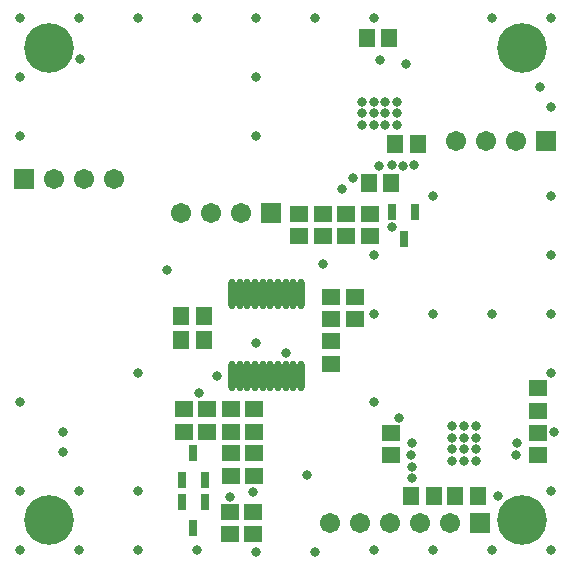
<source format=gbs>
%FSTAX23Y23*%
%MOIN*%
%SFA1B1*%

%IPPOS*%
%ADD41R,0.061149X0.055244*%
%ADD42R,0.055244X0.061149*%
%ADD52C,0.165480*%
%ADD53C,0.067055*%
%ADD54R,0.067055X0.067055*%
%ADD55C,0.031622*%
%ADD56O,0.025716X0.102488*%
%ADD57R,0.031622X0.053275*%
%LNv2-1*%
%LPD*%
G54D41*
X03337Y03414D03*
Y03489D03*
X03824Y03414D03*
Y03489D03*
Y03637D03*
Y03562D03*
X03215Y03866D03*
Y03941D03*
X02723Y03567D03*
Y03492D03*
X02645D03*
Y03567D03*
X03109Y04144D03*
Y04219D03*
X0303D03*
Y04144D03*
X03136Y03941D03*
Y03866D03*
Y03719D03*
Y03794D03*
X02879Y03567D03*
Y03492D03*
X02801Y03567D03*
Y03492D03*
Y0342D03*
Y03345D03*
X02879Y0342D03*
Y03345D03*
X03187Y04144D03*
Y04219D03*
X02799Y0315D03*
Y03225D03*
X03266Y04143D03*
Y04218D03*
X02877Y0315D03*
Y03225D03*
G54D42*
X0355Y03277D03*
X03625D03*
X03261Y04322D03*
X03336D03*
X03478Y03277D03*
X03403D03*
X03349Y04451D03*
X03424D03*
X03254Y04803D03*
X03329D03*
X02711Y03877D03*
X02636D03*
X02711Y03798D03*
X02636D03*
G54D52*
X02196Y03196D03*
X03771D03*
Y04771D03*
X02196D03*
G54D53*
X03131Y03189D03*
X03231D03*
X03331D03*
X03431D03*
X03531D03*
X02211Y04334D03*
X02311D03*
X02411D03*
X03752Y04461D03*
X03652D03*
X03552D03*
X02834Y0422D03*
X02734D03*
X02634D03*
G54D54*
X03631Y03189D03*
X02111Y04334D03*
X03852Y04461D03*
X02934Y0422D03*
G54D55*
X03757Y03454D03*
X03404Y03453D03*
X03298Y0473D03*
X03297Y04379D03*
X03403Y03413D03*
X03362Y03537D03*
X03404Y03374D03*
X03691Y03277D03*
X03752Y03414D03*
X03338Y0438D03*
X03208Y04338D03*
X03406Y03336D03*
X03374Y04379D03*
X03413Y0438D03*
X03387Y04718D03*
X02298Y04734D03*
X0259Y04032D03*
X02241Y03492D03*
X02241Y03423D03*
X028Y03273D03*
X03109Y04052D03*
X0334Y04173D03*
X02697Y0362D03*
X02877Y03292D03*
X03057Y03346D03*
X02984Y03754D03*
X03172Y04302D03*
X02756Y03677D03*
X03579Y03433D03*
X03539D03*
X03579Y03472D03*
X03539D03*
X03579Y03512D03*
X03539D03*
X03618D03*
Y03472D03*
Y03433D03*
Y03393D03*
X03539D03*
X03579D03*
X03357Y04592D03*
X03831Y0464D03*
X03317Y04592D03*
X03357Y04553D03*
Y04513D03*
X03317D03*
X03278Y04592D03*
X03238D03*
Y04513D03*
X03278Y04553D03*
X03238D03*
X03317D03*
X03278Y04513D03*
X02098Y03098D03*
X02295D03*
X02492D03*
X02688D03*
X02885Y03092D03*
X03082D03*
X03279Y03098D03*
X03476D03*
X03673D03*
X0387D03*
Y03295D03*
Y03688D03*
Y03885D03*
Y04082D03*
Y04279D03*
Y04574D03*
Y0487D03*
X03673D03*
X03279D03*
X03082D03*
X02885D03*
X02688D03*
X02492D03*
X02295D03*
X02098D03*
Y04673D03*
Y04476D03*
Y0359D03*
Y03295D03*
X02295D03*
X02492D03*
X03279Y0359D03*
X03673Y03885D03*
X03476D03*
X03279D03*
Y04082D03*
X03476Y04279D03*
X02885Y03787D03*
X02492Y03688D03*
X02885Y04673D03*
Y04476D03*
X03879Y03492D03*
G54D56*
X03036Y03677D03*
X0301D03*
X02984D03*
X02959D03*
X02933D03*
X02908D03*
X02882D03*
X02857D03*
X02831D03*
X02805D03*
X03036Y03952D03*
X0301D03*
X02984D03*
X02959D03*
X02933D03*
X02908D03*
X02882D03*
X02857D03*
X02831D03*
X02805D03*
G54D57*
X02677Y03421D03*
X02639Y03332D03*
X02714D03*
X03378Y04135D03*
X03415Y04224D03*
X0334D03*
X02677Y0317D03*
X02714Y03259D03*
X02639D03*
M02*
</source>
